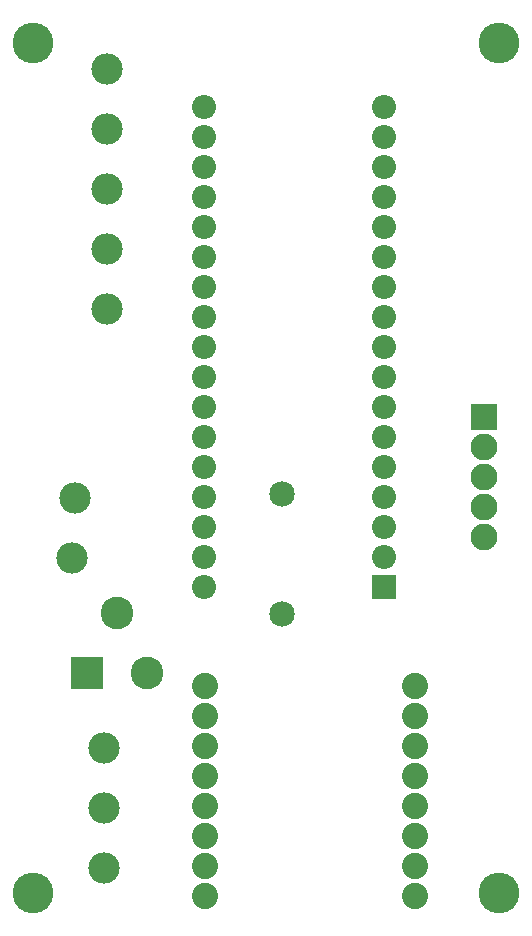
<source format=gts>
G04 MADE WITH FRITZING*
G04 WWW.FRITZING.ORG*
G04 DOUBLE SIDED*
G04 HOLES PLATED*
G04 CONTOUR ON CENTER OF CONTOUR VECTOR*
%ASAXBY*%
%FSLAX23Y23*%
%MOIN*%
%OFA0B0*%
%SFA1.0B1.0*%
%ADD10C,0.089370*%
%ADD11C,0.109000*%
%ADD12C,0.104488*%
%ADD13C,0.085000*%
%ADD14C,0.135984*%
%ADD15C,0.087701*%
%ADD16C,0.080555*%
%ADD17C,0.080583*%
%ADD18R,0.089370X0.089370*%
%ADD19R,0.109000X0.109000*%
%ADD20R,0.080570X0.080542*%
%LNMASK1*%
G90*
G70*
G54D10*
X1607Y1711D03*
X1607Y1611D03*
X1607Y1511D03*
X1607Y1411D03*
X1607Y1311D03*
G54D11*
X483Y859D03*
X283Y859D03*
X383Y1059D03*
G54D12*
X243Y1440D03*
X233Y1240D03*
X340Y608D03*
X340Y408D03*
X340Y208D03*
G54D13*
X935Y1455D03*
X935Y1055D03*
G54D14*
X1656Y123D03*
X1656Y2958D03*
X104Y2956D03*
X104Y123D03*
G54D15*
X678Y814D03*
X678Y714D03*
X678Y614D03*
X678Y514D03*
X678Y414D03*
X678Y314D03*
X678Y214D03*
X678Y114D03*
X1378Y814D03*
X1378Y714D03*
X1378Y614D03*
X1378Y514D03*
X1378Y414D03*
X1378Y314D03*
X1378Y214D03*
X1378Y114D03*
G54D16*
X1274Y1145D03*
X1274Y1245D03*
X1274Y1345D03*
X1274Y1445D03*
X1274Y1545D03*
X1274Y1645D03*
X1274Y1745D03*
X1274Y1845D03*
X1274Y1945D03*
G54D17*
X1274Y2045D03*
X1274Y2145D03*
X1274Y2245D03*
G54D16*
X1274Y2345D03*
X1274Y2445D03*
G54D17*
X1274Y2545D03*
X1274Y2645D03*
X1274Y2745D03*
G54D16*
X674Y1145D03*
X674Y1245D03*
X674Y1345D03*
X674Y1445D03*
X674Y1545D03*
X674Y1645D03*
X674Y1945D03*
G54D17*
X674Y2045D03*
G54D16*
X674Y1845D03*
X674Y1745D03*
G54D17*
X674Y2145D03*
X674Y2245D03*
G54D16*
X674Y2345D03*
X674Y2445D03*
G54D17*
X674Y2545D03*
X674Y2645D03*
X674Y2745D03*
G54D12*
X351Y2872D03*
X351Y2672D03*
X351Y2472D03*
X351Y2272D03*
X351Y2072D03*
G54D18*
X1607Y1711D03*
G54D19*
X283Y859D03*
G54D20*
X1274Y1145D03*
G04 End of Mask1*
M02*
</source>
